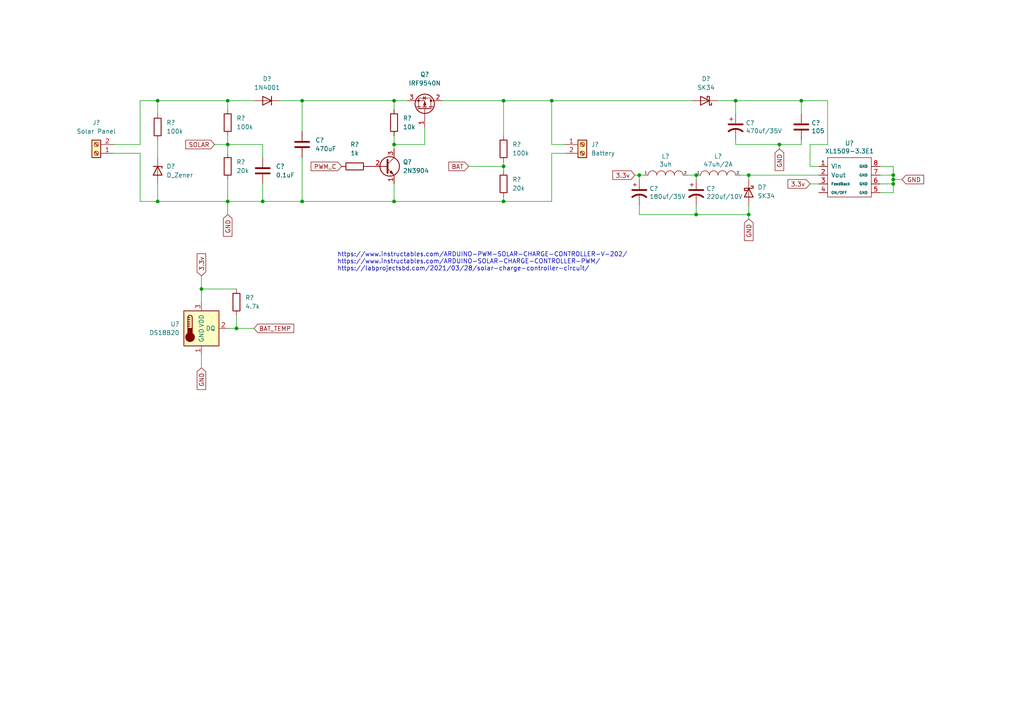
<source format=kicad_sch>
(kicad_sch (version 20211123) (generator eeschema)
  (paper "A4")
  (lib_symbols
    (symbol "Connector:Screw_Terminal_01x02" (pin_names (offset 1.016) hide)
      (property "Reference" "J" (at 0 2.54 0))
      (property "Value" "Screw_Terminal_01x02" (at 0 -5.08 0))
      (symbol "Screw_Terminal_01x02_1_1"
        (rectangle (start -1.27 1.27) (end 1.27 -3.81) (stroke (width 0.254)) (fill (type background)))
        (circle (center 0 -2.54) (radius 0.635) (stroke (width 0.1524)))
        (polyline (pts (xy -0.5334 -2.2098) (xy 0.3302 -3.048)) (stroke (width 0.1524)))
        (polyline (pts (xy -0.5334 0.3302) (xy 0.3302 -0.508)) (stroke (width 0.1524)))
        (polyline (pts (xy -0.3556 -2.032) (xy 0.508 -2.8702)) (stroke (width 0.1524)))
        (polyline (pts (xy -0.3556 0.508) (xy 0.508 -0.3302)) (stroke (width 0.1524)))
        (circle (center 0 0) (radius 0.635) (stroke (width 0.1524)))
        (pin passive line (at -5.08 0 0) (length 3.81) (name "Pin_1") (number "1"))
        (pin passive line (at -5.08 -2.54 0) (length 3.81) (name "Pin_2") (number "2"))
      )
    )
    (symbol "Darty_stuff:XL1509-5.0E1" (pin_names (offset 1.016))
      (property "Reference" "U" (at 0 0 0))
      (property "Value" "Darty_stuff_XL1509-5.0E1" (at 0 0 0))
      (symbol "XL1509-5.0E1_0_1"
        (rectangle (start -3.81 12.7) (end 8.89 1.27))
      )
      (symbol "XL1509-5.0E1_1_1"
        (pin input line (at -6.35 10.16 0) (length 2.54) (name "Vin") (number "1"))
        (pin output line (at -6.35 7.62 0) (length 2.54) (name "Vout") (number "2"))
        (pin input line (at -6.35 5.08 0) (length 2.54) (name "FeedBack") (number "3"))
        (pin input line (at -6.35 2.54 0) (length 2.54) (name "ON/OFF") (number "4"))
        (pin input line (at 11.43 2.54 180) (length 2.54) (name "GND") (number "5"))
        (pin input line (at 11.43 5.08 180) (length 2.54) (name "GND") (number "6"))
        (pin input line (at 11.43 7.62 180) (length 2.54) (name "GND") (number "7"))
        (pin input line (at 11.43 10.16 180) (length 2.54) (name "GND") (number "8"))
      )
    )
    (symbol "Device:C" (pin_numbers hide) (pin_names (offset 0.254))
      (property "Reference" "C" (at 0.635 2.54 0))
      (property "Value" "C" (at 0.635 -2.54 0))
      (symbol "C_0_1"
        (polyline (pts (xy -2.032 -0.762) (xy 2.032 -0.762)) (stroke (width 0.508)))
        (polyline (pts (xy -2.032 0.762) (xy 2.032 0.762)) (stroke (width 0.508)))
      )
      (symbol "C_1_1"
        (pin passive line (at 0 3.81 270) (length 2.794) (name "~") (number "1"))
        (pin passive line (at 0 -3.81 90) (length 2.794) (name "~") (number "2"))
      )
    )
    (symbol "Device:CP1" (pin_numbers hide) (pin_names (offset 0.254) hide)
      (property "Reference" "C" (at 0.635 2.54 0))
      (property "Value" "Device_CP1" (at 0.635 -2.54 0))
      (symbol "CP1_0_1"
        (polyline (pts (xy -2.032 0.762) (xy 2.032 0.762)) (stroke (width 0.508)))
        (polyline (pts (xy -1.778 2.286) (xy -0.762 2.286)))
        (polyline (pts (xy -1.27 1.778) (xy -1.27 2.794)))
        (arc (start 2.032 -1.27) (mid 0 -0.5572) (end -2.032 -1.27) (stroke (width 0.508)))
      )
      (symbol "CP1_1_1"
        (pin passive line (at 0 3.81 270) (length 2.794) (name "~") (number "1"))
        (pin passive line (at 0 -3.81 90) (length 3.302) (name "~") (number "2"))
      )
    )
    (symbol "Device:D_Schottky" (pin_numbers hide) (pin_names (offset 1.016) hide)
      (property "Reference" "D" (at 0 2.54 0))
      (property "Value" "D_Schottky" (at 0 -2.54 0))
      (symbol "D_Schottky_0_1"
        (polyline (pts (xy 1.27 0) (xy -1.27 0)))
        (polyline (pts (xy 1.27 1.27) (xy 1.27 -1.27) (xy -1.27 0) (xy 1.27 1.27)) (stroke (width 0.254)))
        (polyline (pts (xy -1.905 0.635) (xy -1.905 1.27) (xy -1.27 1.27) (xy -1.27 -1.27) (xy -0.635 -1.27) (xy -0.635 -0.635)) (stroke (width 0.254)))
      )
      (symbol "D_Schottky_1_1"
        (pin passive line (at -3.81 0 0) (length 2.54) (name "K") (number "1"))
        (pin passive line (at 3.81 0 180) (length 2.54) (name "A") (number "2"))
      )
    )
    (symbol "Device:D_Zener" (pin_numbers hide) (pin_names (offset 1.016) hide)
      (property "Reference" "D" (at 0 2.54 0))
      (property "Value" "D_Zener" (at 0 -2.54 0))
      (symbol "D_Zener_0_1"
        (polyline (pts (xy 1.27 0) (xy -1.27 0)))
        (polyline (pts (xy -1.27 -1.27) (xy -1.27 1.27) (xy -0.762 1.27)) (stroke (width 0.254)))
        (polyline (pts (xy 1.27 -1.27) (xy 1.27 1.27) (xy -1.27 0) (xy 1.27 -1.27)) (stroke (width 0.254)))
      )
      (symbol "D_Zener_1_1"
        (pin passive line (at -3.81 0 0) (length 2.54) (name "K") (number "1"))
        (pin passive line (at 3.81 0 180) (length 2.54) (name "A") (number "2"))
      )
    )
    (symbol "Device:R" (pin_numbers hide) (pin_names (offset 0))
      (property "Reference" "R" (at 2.032 0 90))
      (property "Value" "R" (at 0 0 90))
      (symbol "R_0_1"
        (rectangle (start -1.016 -2.54) (end 1.016 2.54) (stroke (width 0.254)))
      )
      (symbol "R_1_1"
        (pin passive line (at 0 3.81 270) (length 1.27) (name "~") (number "1"))
        (pin passive line (at 0 -3.81 90) (length 1.27) (name "~") (number "2"))
      )
    )
    (symbol "Diode:1N4001" (pin_numbers hide) (pin_names (offset 1.016) hide)
      (property "Reference" "D" (at 0 2.54 0))
      (property "Value" "1N4001" (at 0 -2.54 0))
      (symbol "1N4001_0_1"
        (polyline (pts (xy -1.27 1.27) (xy -1.27 -1.27)) (stroke (width 0.254)))
        (polyline (pts (xy 1.27 0) (xy -1.27 0)))
        (polyline (pts (xy 1.27 1.27) (xy 1.27 -1.27) (xy -1.27 0) (xy 1.27 1.27)) (stroke (width 0.254)))
      )
      (symbol "1N4001_1_1"
        (pin passive line (at -3.81 0 0) (length 2.54) (name "K") (number "1"))
        (pin passive line (at 3.81 0 180) (length 2.54) (name "A") (number "2"))
      )
    )
    (symbol "Sensor_Temperature:DS18B20" (pin_names (offset 1.016))
      (property "Reference" "U" (at -3.81 6.35 0))
      (property "Value" "DS18B20" (at 6.35 6.35 0))
      (symbol "DS18B20_0_1"
        (rectangle (start -5.08 5.08) (end 5.08 -5.08) (stroke (width 0.254)) (fill (type background)))
        (circle (center -3.302 -2.54) (radius 1.27) (stroke (width 0.254)) (fill (type outline)))
        (rectangle (start -2.667 -1.905) (end -3.937 0) (stroke (width 0.254)) (fill (type outline)))
        (arc (start -2.667 3.175) (mid -3.302 3.81) (end -3.937 3.175) (stroke (width 0.254)))
        (polyline (pts (xy -3.937 0.635) (xy -3.302 0.635)) (stroke (width 0.254)))
        (polyline (pts (xy -3.937 1.27) (xy -3.302 1.27)) (stroke (width 0.254)))
        (polyline (pts (xy -3.937 1.905) (xy -3.302 1.905)) (stroke (width 0.254)))
        (polyline (pts (xy -3.937 2.54) (xy -3.302 2.54)) (stroke (width 0.254)))
        (polyline (pts (xy -3.937 3.175) (xy -3.937 0)) (stroke (width 0.254)))
        (polyline (pts (xy -3.937 3.175) (xy -3.302 3.175)) (stroke (width 0.254)))
        (polyline (pts (xy -2.667 3.175) (xy -2.667 0)) (stroke (width 0.254)))
      )
      (symbol "DS18B20_1_1"
        (pin power_in line (at 0 -7.62 90) (length 2.54) (name "GND") (number "1"))
        (pin bidirectional line (at 7.62 0 180) (length 2.54) (name "DQ") (number "2"))
        (pin power_in line (at 0 7.62 270) (length 2.54) (name "VDD") (number "3"))
      )
    )
    (symbol "Transistor_BJT:2N3904" (pin_names (offset 0) hide)
      (property "Reference" "Q" (at 5.08 1.905 0))
      (property "Value" "2N3904" (at 5.08 0 0))
      (symbol "2N3904_0_1"
        (polyline (pts (xy 0.635 0.635) (xy 2.54 2.54)))
        (polyline (pts (xy 0.635 -0.635) (xy 2.54 -2.54) (xy 2.54 -2.54)))
        (polyline (pts (xy 0.635 1.905) (xy 0.635 -1.905) (xy 0.635 -1.905)) (stroke (width 0.508)))
        (polyline (pts (xy 1.27 -1.778) (xy 1.778 -1.27) (xy 2.286 -2.286) (xy 1.27 -1.778) (xy 1.27 -1.778)) (fill (type outline)))
        (circle (center 1.27 0) (radius 2.8194) (stroke (width 0.254)))
      )
      (symbol "2N3904_1_1"
        (pin passive line (at 2.54 -5.08 90) (length 2.54) (name "E") (number "1"))
        (pin passive line (at -5.08 0 0) (length 5.715) (name "B") (number "2"))
        (pin passive line (at 2.54 5.08 270) (length 2.54) (name "C") (number "3"))
      )
    )
    (symbol "Transistor_FET:IRF9540N" (pin_names hide)
      (property "Reference" "Q" (at 5.08 1.905 0))
      (property "Value" "IRF9540N" (at 5.08 0 0))
      (symbol "IRF9540N_0_1"
        (polyline (pts (xy 0.254 0) (xy -2.54 0)))
        (polyline (pts (xy 0.254 1.905) (xy 0.254 -1.905)) (stroke (width 0.254)))
        (polyline (pts (xy 0.762 -1.27) (xy 0.762 -2.286)) (stroke (width 0.254)))
        (polyline (pts (xy 0.762 0.508) (xy 0.762 -0.508)) (stroke (width 0.254)))
        (polyline (pts (xy 0.762 2.286) (xy 0.762 1.27)) (stroke (width 0.254)))
        (polyline (pts (xy 2.54 2.54) (xy 2.54 1.778)))
        (polyline (pts (xy 2.54 -2.54) (xy 2.54 0) (xy 0.762 0)))
        (polyline (pts (xy 0.762 1.778) (xy 3.302 1.778) (xy 3.302 -1.778) (xy 0.762 -1.778)))
        (polyline (pts (xy 2.286 0) (xy 1.27 0.381) (xy 1.27 -0.381) (xy 2.286 0)) (fill (type outline)))
        (polyline (pts (xy 2.794 -0.508) (xy 2.921 -0.381) (xy 3.683 -0.381) (xy 3.81 -0.254)))
        (polyline (pts (xy 3.302 -0.381) (xy 2.921 0.254) (xy 3.683 0.254) (xy 3.302 -0.381)))
        (circle (center 1.651 0) (radius 2.794) (stroke (width 0.254)))
        (circle (center 2.54 -1.778) (radius 0.254) (fill (type outline)))
        (circle (center 2.54 1.778) (radius 0.254) (fill (type outline)))
      )
      (symbol "IRF9540N_1_1"
        (pin input line (at -5.08 0 0) (length 2.54) (name "G") (number "1"))
        (pin passive line (at 2.54 5.08 270) (length 2.54) (name "D") (number "2"))
        (pin passive line (at 2.54 -5.08 90) (length 2.54) (name "S") (number "3"))
      )
    )
    (symbol "pspice:INDUCTOR" (pin_numbers hide) (pin_names (offset 0))
      (property "Reference" "L" (at 0 2.54 0))
      (property "Value" "INDUCTOR" (at 0 -1.27 0))
      (symbol "INDUCTOR_0_1"
        (arc (start -2.54 0) (mid -3.81 1.27) (end -5.08 0))
        (arc (start 0 0) (mid -1.27 1.27) (end -2.54 0))
        (arc (start 2.54 0) (mid 1.27 1.27) (end 0 0))
        (arc (start 5.08 0) (mid 3.81 1.27) (end 2.54 0))
      )
      (symbol "INDUCTOR_1_1"
        (pin input line (at -6.35 0 0) (length 1.27) (name "1") (number "1"))
        (pin input line (at 6.35 0 180) (length 1.27) (name "2") (number "2"))
      )
    )
  )
  (junction (at 114.3 29.21))
  (junction (at 259.08 53.34))
  (junction (at 45.72 29.21))
  (junction (at 66.04 41.91))
  (junction (at 58.42 83.82))
  (junction (at 259.08 50.8))
  (junction (at 185.42 50.8))
  (junction (at 226.06 41.91))
  (junction (at 146.05 29.21))
  (junction (at 114.3 58.42))
  (junction (at 201.93 62.23))
  (junction (at 146.05 48.26))
  (junction (at 201.93 50.8))
  (junction (at 217.17 62.23))
  (junction (at 160.02 29.21))
  (junction (at 68.58 95.25))
  (junction (at 66.04 29.21))
  (junction (at 213.36 29.21))
  (junction (at 45.72 58.42))
  (junction (at 232.41 29.21))
  (junction (at 66.04 58.42))
  (junction (at 114.3 41.91))
  (junction (at 76.2 58.42))
  (junction (at 87.63 58.42))
  (junction (at 259.08 52.07))
  (junction (at 87.63 29.21))
  (junction (at 217.17 50.8))
  (junction (at 146.05 58.42))
  (wire (pts (xy 217.17 62.23) (xy 217.17 59.69)))
  (wire (pts (xy 114.3 53.34) (xy 114.3 58.42)))
  (wire (pts (xy 160.02 58.42) (xy 146.05 58.42)))
  (wire (pts (xy 68.58 83.82) (xy 58.42 83.82)))
  (wire (pts (xy 66.04 29.21) (xy 66.04 31.75)))
  (wire (pts (xy 87.63 58.42) (xy 114.3 58.42)))
  (wire (pts (xy 58.42 80.01) (xy 58.42 83.82)))
  (wire (pts (xy 76.2 41.91) (xy 66.04 41.91)))
  (wire (pts (xy 232.41 29.21) (xy 240.03 29.21)))
  (wire (pts (xy 114.3 41.91) (xy 114.3 43.18)))
  (wire (pts (xy 114.3 29.21) (xy 114.3 31.75)))
  (wire (pts (xy 87.63 29.21) (xy 114.3 29.21)))
  (wire (pts (xy 33.02 41.91) (xy 40.64 41.91)))
  (wire (pts (xy 160.02 41.91) (xy 160.02 29.21)))
  (wire (pts (xy 45.72 58.42) (xy 66.04 58.42)))
  (wire (pts (xy 66.04 95.25) (xy 68.58 95.25)))
  (wire (pts (xy 40.64 29.21) (xy 45.72 29.21)))
  (wire (pts (xy 66.04 41.91) (xy 66.04 44.45)))
  (wire (pts (xy 259.08 52.07) (xy 259.08 53.34)))
  (wire (pts (xy 87.63 45.72) (xy 87.63 58.42)))
  (wire (pts (xy 114.3 29.21) (xy 118.11 29.21)))
  (wire (pts (xy 135.89 48.26) (xy 146.05 48.26)))
  (wire (pts (xy 76.2 58.42) (xy 87.63 58.42)))
  (wire (pts (xy 123.19 36.83) (xy 123.19 41.91)))
  (wire (pts (xy 81.28 29.21) (xy 87.63 29.21)))
  (wire (pts (xy 213.36 29.21) (xy 213.36 33.02)))
  (wire (pts (xy 146.05 29.21) (xy 160.02 29.21)))
  (wire (pts (xy 45.72 40.64) (xy 45.72 45.72)))
  (wire (pts (xy 255.27 48.26) (xy 259.08 48.26)))
  (wire (pts (xy 232.41 41.91) (xy 232.41 40.64)))
  (wire (pts (xy 66.04 29.21) (xy 73.66 29.21)))
  (wire (pts (xy 128.27 29.21) (xy 146.05 29.21)))
  (wire (pts (xy 146.05 58.42) (xy 114.3 58.42)))
  (wire (pts (xy 226.06 41.91) (xy 226.06 43.18)))
  (wire (pts (xy 217.17 63.5) (xy 217.17 62.23)))
  (wire (pts (xy 123.19 41.91) (xy 114.3 41.91)))
  (wire (pts (xy 66.04 58.42) (xy 66.04 62.23)))
  (wire (pts (xy 66.04 39.37) (xy 66.04 41.91)))
  (wire (pts (xy 232.41 29.21) (xy 232.41 33.02)))
  (wire (pts (xy 201.93 59.69) (xy 201.93 62.23)))
  (wire (pts (xy 234.95 53.34) (xy 237.49 53.34)))
  (wire (pts (xy 62.23 41.91) (xy 66.04 41.91)))
  (wire (pts (xy 160.02 44.45) (xy 160.02 58.42)))
  (wire (pts (xy 199.39 50.8) (xy 201.93 50.8)))
  (wire (pts (xy 45.72 29.21) (xy 66.04 29.21)))
  (wire (pts (xy 114.3 39.37) (xy 114.3 41.91)))
  (wire (pts (xy 240.03 29.21) (xy 240.03 41.91)))
  (wire (pts (xy 40.64 29.21) (xy 40.64 41.91)))
  (wire (pts (xy 163.83 41.91) (xy 160.02 41.91)))
  (wire (pts (xy 33.02 44.45) (xy 40.64 44.45)))
  (wire (pts (xy 213.36 40.64) (xy 213.36 41.91)))
  (wire (pts (xy 201.93 62.23) (xy 217.17 62.23)))
  (wire (pts (xy 58.42 102.87) (xy 58.42 106.68)))
  (wire (pts (xy 58.42 83.82) (xy 58.42 87.63)))
  (wire (pts (xy 87.63 29.21) (xy 87.63 38.1)))
  (wire (pts (xy 259.08 50.8) (xy 259.08 52.07)))
  (wire (pts (xy 259.08 53.34) (xy 259.08 55.88)))
  (wire (pts (xy 201.93 50.8) (xy 201.93 52.07)))
  (wire (pts (xy 255.27 53.34) (xy 259.08 53.34)))
  (wire (pts (xy 201.93 62.23) (xy 185.42 62.23)))
  (wire (pts (xy 185.42 50.8) (xy 185.42 52.07)))
  (wire (pts (xy 40.64 44.45) (xy 40.64 58.42)))
  (wire (pts (xy 146.05 46.99) (xy 146.05 48.26)))
  (wire (pts (xy 255.27 50.8) (xy 259.08 50.8)))
  (wire (pts (xy 146.05 39.37) (xy 146.05 29.21)))
  (wire (pts (xy 146.05 48.26) (xy 146.05 49.53)))
  (wire (pts (xy 40.64 58.42) (xy 45.72 58.42)))
  (wire (pts (xy 66.04 52.07) (xy 66.04 58.42)))
  (wire (pts (xy 160.02 44.45) (xy 163.83 44.45)))
  (wire (pts (xy 45.72 29.21) (xy 45.72 33.02)))
  (wire (pts (xy 185.42 62.23) (xy 185.42 59.69)))
  (wire (pts (xy 45.72 53.34) (xy 45.72 58.42)))
  (wire (pts (xy 259.08 55.88) (xy 255.27 55.88)))
  (wire (pts (xy 217.17 50.8) (xy 237.49 50.8)))
  (wire (pts (xy 240.03 41.91) (xy 234.95 41.91)))
  (wire (pts (xy 226.06 41.91) (xy 232.41 41.91)))
  (wire (pts (xy 234.95 48.26) (xy 237.49 48.26)))
  (wire (pts (xy 68.58 91.44) (xy 68.58 95.25)))
  (wire (pts (xy 68.58 95.25) (xy 73.66 95.25)))
  (wire (pts (xy 234.95 41.91) (xy 234.95 48.26)))
  (wire (pts (xy 214.63 50.8) (xy 217.17 50.8)))
  (wire (pts (xy 66.04 58.42) (xy 76.2 58.42)))
  (wire (pts (xy 261.62 52.07) (xy 259.08 52.07)))
  (wire (pts (xy 259.08 48.26) (xy 259.08 50.8)))
  (wire (pts (xy 160.02 29.21) (xy 200.66 29.21)))
  (wire (pts (xy 76.2 45.72) (xy 76.2 41.91)))
  (wire (pts (xy 208.28 29.21) (xy 213.36 29.21)))
  (wire (pts (xy 217.17 50.8) (xy 217.17 52.07)))
  (wire (pts (xy 146.05 57.15) (xy 146.05 58.42)))
  (wire (pts (xy 185.42 50.8) (xy 186.69 50.8)))
  (wire (pts (xy 213.36 41.91) (xy 226.06 41.91)))
  (wire (pts (xy 76.2 53.34) (xy 76.2 58.42)))
  (wire (pts (xy 184.15 50.8) (xy 185.42 50.8)))
  (wire (pts (xy 213.36 29.21) (xy 232.41 29.21)))
  (text "https://www.instructables.com/ARDUINO-PWM-SOLAR-CHARGE-CONTROLLER-V-202/\nhttps://www.instructables.com/ARDUINO-SOLAR-CHARGE-CONTROLLER-PWM/\nhttps://labprojectsbd.com/2021/03/28/solar-charge-controller-circuit/" (at 97.79 78.74 0) (effects (font (size 1.27 1.27)) (justify left bottom)))
  (global_label "BAT" (shape input) (at 135.89 48.26 180) (property "Intersheet References" "${INTERSHEET_REFS}" (effects hide)))
  (global_label "PWM_C" (shape input) (at 99.06 48.26 180) (property "Intersheet References" "${INTERSHEET_REFS}" (effects hide)))
  (global_label "GND" (shape input) (at 58.42 106.68 270) (property "Intersheet References" "${INTERSHEET_REFS}" (effects hide)))
  (global_label "SOLAR" (shape input) (at 62.23 41.91 180) (property "Intersheet References" "${INTERSHEET_REFS}" (effects hide)))
  (global_label "BAT_TEMP" (shape input) (at 73.66 95.25 0) (property "Intersheet References" "${INTERSHEET_REFS}" (effects hide)))
  (global_label "3.3v" (shape input) (at 58.42 80.01 90) (property "Intersheet References" "${INTERSHEET_REFS}" (effects hide)))
  (global_label "GND" (shape input) (at 261.62 52.07 0) (property "Intersheet References" "${INTERSHEET_REFS}" (effects hide)))
  (global_label "GND" (shape input) (at 226.06 43.18 270) (property "Intersheet References" "${INTERSHEET_REFS}" (effects hide)))
  (global_label "3.3v" (shape input) (at 234.95 53.34 180) (property "Intersheet References" "${INTERSHEET_REFS}" (effects hide)))
  (global_label "GND" (shape input) (at 66.04 62.23 270) (property "Intersheet References" "${INTERSHEET_REFS}" (effects hide)))
  (global_label "3.3v" (shape input) (at 184.15 50.8 180) (property "Intersheet References" "${INTERSHEET_REFS}" (effects hide)))
  (global_label "GND" (shape input) (at 217.17 63.5 270) (property "Intersheet References" "${INTERSHEET_REFS}" (effects hide)))
  (symbol (lib_id "Diode:1N4001") (at 77.47 29.21 180) (unit 1)
    (property "Reference" "D?" (at 77.47 22.86 0))
    (property "Value" "1N4001" (at 77.47 25.4 0))
    (property "Footprint" "Diode_THT:D_DO-41_SOD81_P10.16mm_Horizontal" (effects hide))
    (property "Datasheet" "http://www.vishay.com/docs/88503/1n4001.pdf" (effects hide))
  )
  (symbol (lib_id "Device:C") (at 87.63 41.91 0) (unit 1)
    (property "Reference" "C?" (at 91.44 40.6399 0) (effects (justify left)))
    (property "Value" "470uF" (at 91.44 43.1799 0) (effects (justify left)))
  )
  (symbol (lib_id "Device:CP1") (at 213.36 36.83 0) (unit 1)
    (property "Reference" "C?" (at 216.281 35.6616 0) (effects (justify left)))
    (property "Value" "470uf/35V" (at 216.281 37.973 0) (effects (justify left)))
    (property "Footprint" "Capacitor_THT:CP_Radial_D10.0mm_P5.00mm" (effects hide))
  )
  (symbol (lib_id "Darty_stuff:XL1509-5.0E1") (at 243.84 58.42 0) (unit 1)
    (property "Reference" "U?" (at 246.38 41.529 0))
    (property "Value" "XL1509-3.3E1" (at 246.38 43.8404 0))
    (property "Footprint" "darty_stuff:SOIC-8_5x4" (effects hide))
    (property "Datasheet" "https://datasheet.lcsc.com/lcsc/1809200015_XLSEMI-XL1509-3-3E1_C74193.pdf" (effects hide))
  )
  (symbol (lib_id "Device:R") (at 45.72 36.83 0) (unit 1)
    (property "Reference" "R?" (at 48.26 35.5599 0) (effects (justify left)))
    (property "Value" "100k" (at 48.26 38.0999 0) (effects (justify left)))
  )
  (symbol (lib_id "Device:R") (at 66.04 48.26 0) (unit 1)
    (property "Reference" "R?" (at 68.58 46.9899 0) (effects (justify left)))
    (property "Value" "20k" (at 68.58 49.5299 0) (effects (justify left)))
  )
  (symbol (lib_id "Device:D_Zener") (at 45.72 49.53 270) (unit 1)
    (property "Reference" "D?" (at 48.26 48.2599 90) (effects (justify left)))
    (property "Value" "D_Zener" (at 48.26 50.7999 90) (effects (justify left)))
  )
  (symbol (lib_id "Device:C") (at 76.2 49.53 0) (unit 1)
    (property "Reference" "C?" (at 80.01 48.2599 0) (effects (justify left)))
    (property "Value" "0.1uF" (at 80.01 50.7999 0) (effects (justify left)))
  )
  (symbol (lib_id "pspice:INDUCTOR") (at 193.04 50.8 0) (unit 1)
    (property "Reference" "L?" (at 193.04 45.339 0))
    (property "Value" "3uh" (at 193.04 47.6504 0))
    (property "Footprint" "darty_stuff:inductor_1004_SMD" (effects hide))
    (property "Datasheet" "MWSA1004-680MT" (effects hide))
  )
  (symbol (lib_id "Device:CP1") (at 185.42 55.88 0) (unit 1)
    (property "Reference" "C?" (at 188.341 54.7116 0) (effects (justify left)))
    (property "Value" "180uf/35V" (at 188.341 57.023 0) (effects (justify left)))
    (property "Footprint" "Capacitor_THT:CP_Radial_D8.0mm_P3.50mm" (effects hide))
    (property "Datasheet" "https://datasheet.lcsc.com/lcsc/1809281514_PANASONIC-EEHZK1V181P_C242139.pdf" (effects hide))
    (property "PartNumber" "EEHZK1V181P" (effects hide))
  )
  (symbol (lib_id "Device:C") (at 232.41 36.83 0) (unit 1)
    (property "Reference" "C?" (at 235.331 35.6616 0) (effects (justify left)))
    (property "Value" "105" (at 235.331 37.973 0) (effects (justify left)))
    (property "Footprint" "Capacitor_SMD:C_1206_3216Metric_Pad1.33x1.80mm_HandSolder" (effects hide))
  )
  (symbol (lib_id "Device:R") (at 102.87 48.26 90) (unit 1)
    (property "Reference" "R?" (at 102.87 41.91 90))
    (property "Value" "1k" (at 102.87 44.45 90))
  )
  (symbol (lib_id "Device:R") (at 146.05 53.34 0) (unit 1)
    (property "Reference" "R?" (at 148.59 52.0699 0) (effects (justify left)))
    (property "Value" "20k" (at 148.59 54.6099 0) (effects (justify left)))
  )
  (symbol (lib_id "Device:R") (at 66.04 35.56 0) (unit 1)
    (property "Reference" "R?" (at 68.58 34.2899 0) (effects (justify left)))
    (property "Value" "100k" (at 68.58 36.8299 0) (effects (justify left)))
  )
  (symbol (lib_id "Transistor_BJT:2N3904") (at 111.76 48.26 0) (unit 1)
    (property "Reference" "Q?" (at 116.84 46.9899 0) (effects (justify left)))
    (property "Value" "2N3904" (at 116.84 49.5299 0) (effects (justify left)))
    (property "Footprint" "Package_TO_SOT_THT:TO-92_Inline" (effects hide))
    (property "Datasheet" "https://www.onsemi.com/pub/Collateral/2N3903-D.PDF" (effects hide))
  )
  (symbol (lib_id "Device:R") (at 114.3 35.56 0) (unit 1)
    (property "Reference" "R?" (at 116.84 34.2899 0) (effects (justify left)))
    (property "Value" "10k" (at 116.84 36.8299 0) (effects (justify left)))
  )
  (symbol (lib_id "Sensor_Temperature:DS18B20") (at 58.42 95.25 0) (unit 1)
    (property "Reference" "U?" (at 52.07 93.9799 0) (effects (justify right)))
    (property "Value" "DS18B20" (at 52.07 96.5199 0) (effects (justify right)))
    (property "Footprint" "Package_TO_SOT_THT:TO-92_Inline" (effects hide))
    (property "Datasheet" "http://datasheets.maximintegrated.com/en/ds/DS18B20.pdf" (effects hide))
  )
  (symbol (lib_id "Device:R") (at 146.05 43.18 0) (unit 1)
    (property "Reference" "R?" (at 148.59 41.9099 0) (effects (justify left)))
    (property "Value" "100k" (at 148.59 44.4499 0) (effects (justify left)))
  )
  (symbol (lib_id "Device:R") (at 68.58 87.63 0) (unit 1)
    (property "Reference" "R?" (at 71.12 86.3599 0) (effects (justify left)))
    (property "Value" "4.7k" (at 71.12 88.8999 0) (effects (justify left)))
  )
  (symbol (lib_id "Transistor_FET:IRF9540N") (at 123.19 31.75 270) (mirror x) (unit 1)
    (property "Reference" "Q?" (at 123.19 21.59 90))
    (property "Value" "IRF9540N" (at 123.19 24.13 90))
    (property "Footprint" "Package_TO_SOT_THT:TO-220-3_Vertical" (effects hide))
    (property "Datasheet" "http://www.irf.com/product-info/datasheets/data/irf9540n.pdf" (effects hide))
  )
  (symbol (lib_id "Connector:Screw_Terminal_01x02") (at 27.94 44.45 180) (unit 1)
    (property "Reference" "J?" (at 27.94 35.56 0))
    (property "Value" "Solar Panel" (at 27.94 38.1 0))
  )
  (symbol (lib_id "Device:D_Schottky") (at 204.47 29.21 180) (unit 1)
    (property "Reference" "D?" (at 204.7875 22.86 0))
    (property "Value" "SK34" (at 204.7875 25.4 0))
    (property "Footprint" "Diode_SMD:D_SMA" (effects hide))
    (property "Datasheet" "https://datasheet.lcsc.com/lcsc/1809200030_MDD-Microdiode-Electronics--SK34_C65008.pdf" (effects hide))
  )
  (symbol (lib_id "Device:CP1") (at 201.93 55.88 0) (unit 1)
    (property "Reference" "C?" (at 204.851 54.7116 0) (effects (justify left)))
    (property "Value" "220uf{slash}10V" (at 204.851 57.023 0) (effects (justify left)))
    (property "Footprint" "Capacitor_Tantalum_SMD:CP_EIA-7343-31_Kemet-D" (effects hide))
    (property "Datasheet" "https://datasheet.lcsc.com/lcsc/1811132014_AVX-TPSD227M010R0100_C8028.pdf" (effects hide))
    (property "PartNumber" "TPSD227M010R0100" (effects hide))
  )
  (symbol (lib_id "Connector:Screw_Terminal_01x02") (at 168.91 41.91 0) (unit 1)
    (property "Reference" "J?" (at 171.45 41.9099 0) (effects (justify left)))
    (property "Value" "Battery" (at 171.45 44.4499 0) (effects (justify left)))
  )
  (symbol (lib_id "pspice:INDUCTOR") (at 208.28 50.8 0) (unit 1)
    (property "Reference" "L?" (at 208.28 45.339 0))
    (property "Value" "47uh/2A" (at 208.28 47.6504 0))
    (property "Footprint" "darty_stuff:inductor_1004_SMD" (effects hide))
    (property "Datasheet" "MWSA1004-680MT" (effects hide))
  )
  (symbol (lib_id "Device:D_Schottky") (at 217.17 55.88 270) (unit 1)
    (property "Reference" "D?" (at 219.71 54.2924 90) (effects (justify left)))
    (property "Value" "SK34" (at 219.71 56.8324 90) (effects (justify left)))
    (property "Footprint" "Diode_SMD:D_SMA" (effects hide))
    (property "Datasheet" "https://datasheet.lcsc.com/lcsc/1809200030_MDD-Microdiode-Electronics--SK34_C65008.pdf" (effects hide))
  )
)
</source>
